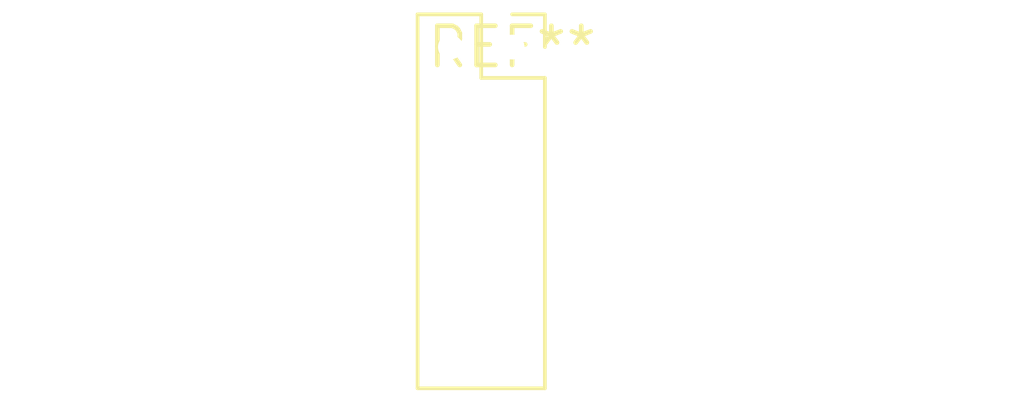
<source format=kicad_pcb>
(kicad_pcb (version 20240108) (generator pcbnew)
  (layers (0 "F.Cu" signal) (31 "B.Cu" signal) (34 "B.Paste" user) (35 "F.Paste" user) (36 "B.SilkS" user "B.Silkscreen") (37 "F.SilkS" user "F.Silkscreen") (38 "B.Mask" user) (39 "F.Mask" user) (44 "Edge.Cuts" user))
  (net 0 "")
  (footprint "PinSocket_2x06_P2.00mm_Vertical" (layer "F.Cu") (at 0 0)
    (property "Reference" "REF**")
    (property "Value" "PinSocket_2x06_P2.00mm_Vertical")
    (fp_line (start -3.06 -1.06) (end -3.06 11.06) (layer "F.SilkS") (stroke (width 0.12)))
    (fp_line (start -3.06 -1.06) (end -1 -1.06) (layer "F.SilkS") (stroke (width 0.12)))
    (fp_line (start -3.06 11.06) (end 1.06 11.06) (layer "F.SilkS") (stroke (width 0.12)))
    (fp_line (start -1 -1.06) (end -1 1) (layer "F.SilkS") (stroke (width 0.12)))
    (fp_line (start -1 1) (end 1.06 1) (layer "F.SilkS") (stroke (width 0.12)))
    (fp_line (start 0 -1.06) (end 1.06 -1.06) (layer "F.SilkS") (stroke (width 0.12)))
    (fp_line (start 1.06 -1.06) (end 1.06 0) (layer "F.SilkS") (stroke (width 0.12)))
    (fp_line (start 1.06 1) (end 1.06 11.06) (layer "F.SilkS") (stroke (width 0.12)))
    (pad "1" thru_hole rect (at 0 0) (size 1.35 1.35) (drill 0.8) (layers *.Cu *.Mask) (remove_unused_layers))
    (pad "2" thru_hole oval (at -2 0) (size 1.35 1.35) (drill 0.8) (layers *.Cu *.Mask) (remove_unused_layers))
    (pad "3" thru_hole oval (at 0 2) (size 1.35 1.35) (drill 0.8) (layers *.Cu *.Mask) (remove_unused_layers))
    (pad "4" thru_hole oval (at -2 2) (size 1.35 1.35) (drill 0.8) (layers *.Cu *.Mask) (remove_unused_layers))
    (pad "5" thru_hole oval (at 0 4) (size 1.35 1.35) (drill 0.8) (layers *.Cu *.Mask) (remove_unused_layers))
    (pad "6" thru_hole oval (at -2 4) (size 1.35 1.35) (drill 0.8) (layers *.Cu *.Mask) (remove_unused_layers))
    (pad "7" thru_hole oval (at 0 6) (size 1.35 1.35) (drill 0.8) (layers *.Cu *.Mask) (remove_unused_layers))
    (pad "8" thru_hole oval (at -2 6) (size 1.35 1.35) (drill 0.8) (layers *.Cu *.Mask) (remove_unused_layers))
    (pad "9" thru_hole oval (at 0 8) (size 1.35 1.35) (drill 0.8) (layers *.Cu *.Mask) (remove_unused_layers))
    (pad "10" thru_hole oval (at -2 8) (size 1.35 1.35) (drill 0.8) (layers *.Cu *.Mask) (remove_unused_layers))
    (pad "11" thru_hole oval (at 0 10) (size 1.35 1.35) (drill 0.8) (layers *.Cu *.Mask) (remove_unused_layers))
    (pad "12" thru_hole oval (at -2 10) (size 1.35 1.35) (drill 0.8) (layers *.Cu *.Mask) (remove_unused_layers))
  )
)
</source>
